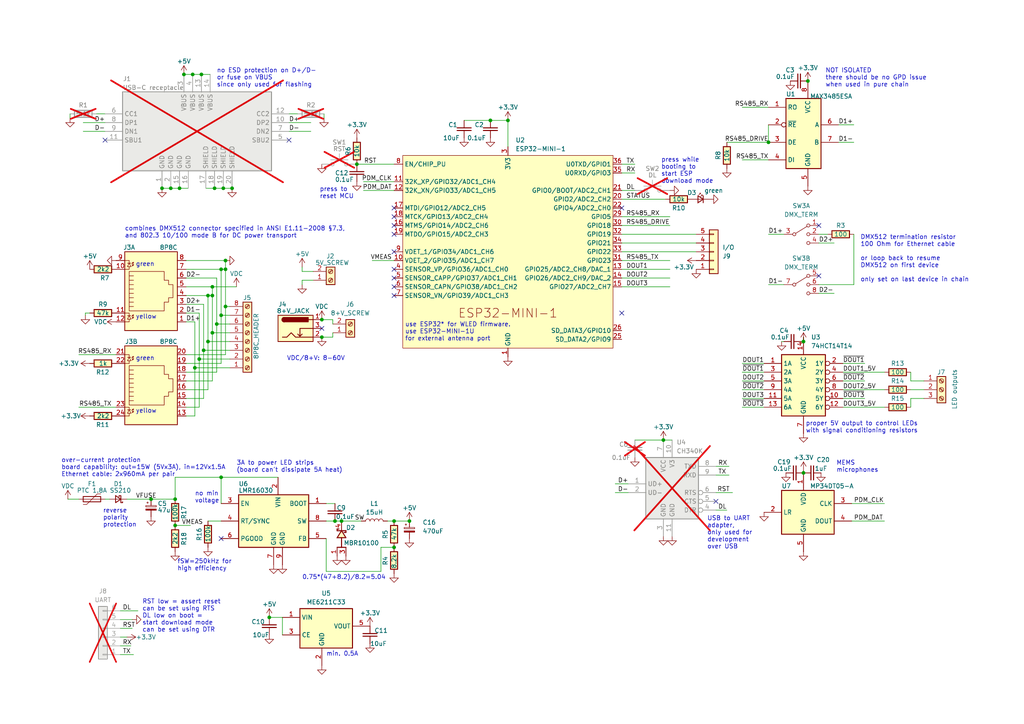
<source format=kicad_sch>
(kicad_sch (version 20230121) (generator eeschema)

  (uuid 43fc3289-82a7-492c-a423-3030e10115dc)

  (paper "A4")

  (title_block
    (title "WLED chain")
    (date "$date$")
    (rev "$version$.$revision$")
    (company "CuVoodoo")
    (comment 1 "King Kévin")
    (comment 2 "CERN-OHL-S")
  )

  

  (junction (at 64.135 78.105) (diameter 0) (color 0 0 0 0)
    (uuid 0860b75b-5101-41b5-9298-95b613d86a3c)
  )
  (junction (at 59.055 101.6) (diameter 0) (color 0 0 0 0)
    (uuid 1b625c1a-00b0-460c-8a9a-7e9640c55555)
  )
  (junction (at 61.595 96.52) (diameter 0) (color 0 0 0 0)
    (uuid 28856ea2-76b6-4c83-974d-9814f01a9c32)
  )
  (junction (at 65.405 78.105) (diameter 0) (color 0 0 0 0)
    (uuid 2fc417f3-f53d-4a46-a264-bbedef3e3051)
  )
  (junction (at 61.595 83.185) (diameter 0) (color 0 0 0 0)
    (uuid 33290555-9231-438d-b9a1-481bfb333c4d)
  )
  (junction (at 78.105 179.07) (diameter 0) (color 0 0 0 0)
    (uuid 37bb24eb-150c-4513-af9c-87402a9ed892)
  )
  (junction (at 93.345 97.79) (diameter 0) (color 0 0 0 0)
    (uuid 39128519-bcd5-4e8b-a2c0-9cbb6e4ea4e7)
  )
  (junction (at 64.77 54.61) (diameter 0) (color 0 0 0 0)
    (uuid 394c8da9-03ae-417e-8211-41b0a315cc1c)
  )
  (junction (at 60.325 99.06) (diameter 0) (color 0 0 0 0)
    (uuid 3dd5f921-7604-42ba-ab32-725eaab3b8f0)
  )
  (junction (at 58.42 21.59) (diameter 0) (color 0 0 0 0)
    (uuid 45b38e5d-ea51-4da7-89d0-ce1d0cfb7c46)
  )
  (junction (at 103.505 47.625) (diameter 0) (color 0 0 0 0)
    (uuid 46f928bd-b03a-4ba5-abca-9089efa93c80)
  )
  (junction (at 114.3 158.75) (diameter 0) (color 0 0 0 0)
    (uuid 4ad3c5e3-886e-4ab7-971f-689eb53ea2ff)
  )
  (junction (at 64.135 138.43) (diameter 0) (color 0 0 0 0)
    (uuid 59cea3ec-e5d5-4550-a6bc-5d2429ba0cbd)
  )
  (junction (at 55.88 21.59) (diameter 0) (color 0 0 0 0)
    (uuid 59f75d61-91a2-4d50-b824-f68aa2d96411)
  )
  (junction (at 49.53 54.61) (diameter 0) (color 0 0 0 0)
    (uuid 5e3c2358-7099-4ec9-a624-c9b03f437b85)
  )
  (junction (at 46.99 54.61) (diameter 0) (color 0 0 0 0)
    (uuid 65c41ebc-b40a-475f-a58b-f6e262a47490)
  )
  (junction (at 62.865 93.98) (diameter 0) (color 0 0 0 0)
    (uuid 68506e7d-f617-45a3-9451-93eef3aee881)
  )
  (junction (at 64.135 91.44) (diameter 0) (color 0 0 0 0)
    (uuid 686a31f0-4beb-4f0d-9776-eba2c4df8328)
  )
  (junction (at 192.405 127.635) (diameter 0) (color 0 0 0 0)
    (uuid 6a0ae66b-036d-4179-bb7d-73df23d99c59)
  )
  (junction (at 147.32 34.925) (diameter 0) (color 0 0 0 0)
    (uuid 70f03620-ea35-454a-bb86-9737ad52b427)
  )
  (junction (at 60.325 85.725) (diameter 0) (color 0 0 0 0)
    (uuid 714490d5-85c4-4f07-a7be-688f25e46ac9)
  )
  (junction (at 233.045 99.06) (diameter 0) (color 0 0 0 0)
    (uuid 71ae1d70-81e9-4228-a63f-246d56e14a62)
  )
  (junction (at 57.785 104.14) (diameter 0) (color 0 0 0 0)
    (uuid 8987a159-379e-4620-ba93-5812b2e7a6a0)
  )
  (junction (at 52.07 54.61) (diameter 0) (color 0 0 0 0)
    (uuid 8e2e9e8a-4105-483d-bc2d-1637bf0c04e9)
  )
  (junction (at 62.23 54.61) (diameter 0) (color 0 0 0 0)
    (uuid 9149bc4f-9668-4740-a628-1ad0c560d705)
  )
  (junction (at 99.06 151.13) (diameter 0) (color 0 0 0 0)
    (uuid 9886217e-8fe8-4b65-b79a-33901567e032)
  )
  (junction (at 61.595 85.725) (diameter 0) (color 0 0 0 0)
    (uuid aac41452-e49a-4e42-9dcc-9239d8beff90)
  )
  (junction (at 50.8 152.4) (diameter 0) (color 0 0 0 0)
    (uuid b3fdc199-55f5-4cf3-b571-1313cc81fbeb)
  )
  (junction (at 65.405 75.565) (diameter 0) (color 0 0 0 0)
    (uuid b8ac47b5-0a23-4990-b58a-a33e5adca940)
  )
  (junction (at 65.405 88.9) (diameter 0) (color 0 0 0 0)
    (uuid c17bc07f-c76a-45bc-9f5f-5c79bbf188bb)
  )
  (junction (at 67.31 54.61) (diameter 0) (color 0 0 0 0)
    (uuid c1bdabec-470a-4ca4-8830-5eaf036db204)
  )
  (junction (at 50.8 144.78) (diameter 0) (color 0 0 0 0)
    (uuid c22dcf15-795e-44a0-8b25-38dc37a01f9d)
  )
  (junction (at 142.24 34.925) (diameter 0) (color 0 0 0 0)
    (uuid c92d028f-20d7-43dd-953a-5e0fbaa5a597)
  )
  (junction (at 97.155 151.13) (diameter 0) (color 0 0 0 0)
    (uuid ca44b4ac-9d50-40db-9280-f5730019d1f1)
  )
  (junction (at 43.815 144.78) (diameter 0) (color 0 0 0 0)
    (uuid cbaa7d5f-9935-46b6-9846-56aeb86b5b47)
  )
  (junction (at 233.045 137.16) (diameter 0) (color 0 0 0 0)
    (uuid d96119e9-eafd-4a74-9b0f-2b4d2ba74bba)
  )
  (junction (at 56.515 106.68) (diameter 0) (color 0 0 0 0)
    (uuid debbfe59-8fed-4aed-8934-12e7f8f22281)
  )
  (junction (at 93.345 92.71) (diameter 0) (color 0 0 0 0)
    (uuid f15d591c-866f-42c0-abca-13f6864a5926)
  )
  (junction (at 114.3 151.13) (diameter 0) (color 0 0 0 0)
    (uuid f454d87b-f556-4517-aec3-1ad1f17d8975)
  )
  (junction (at 234.315 23.495) (diameter 0) (color 0 0 0 0)
    (uuid f512bd62-5993-4cb1-b097-52b8530adb06)
  )
  (junction (at 118.745 151.13) (diameter 0) (color 0 0 0 0)
    (uuid f5e544b1-948f-422e-a0bd-f8b54042fddf)
  )
  (junction (at 222.885 41.275) (diameter 0) (color 0 0 0 0)
    (uuid f5f3e790-f67d-45bb-bcec-c70b1d8e2749)
  )
  (junction (at 53.34 21.59) (diameter 0) (color 0 0 0 0)
    (uuid ffb349d3-053e-4267-9f09-876877b313d3)
  )

  (no_connect (at 237.49 65.405) (uuid 0e0afa67-b7a8-47fa-8a56-83b025b67e6c))
  (no_connect (at 83.82 40.64) (uuid 1acded62-270d-4861-8204-7ea40207109d))
  (no_connect (at 114.3 85.725) (uuid 368eee1c-4080-4dc7-ac97-dcd03ec47fb7))
  (no_connect (at 180.34 60.325) (uuid 37447d6b-3bba-47b8-a816-1754560c01a5))
  (no_connect (at 64.135 156.21) (uuid 4b251f51-5651-4929-88cc-e8675f5667cd))
  (no_connect (at 114.3 67.945) (uuid 5437ebd6-3f5f-474c-8337-b5d607caa556))
  (no_connect (at 207.645 145.415) (uuid 586892b8-1964-4946-b940-85d5b7c80db4))
  (no_connect (at 114.3 62.865) (uuid 5b8615f1-0196-4e49-b1e8-e31de4ff6fdb))
  (no_connect (at 237.49 80.01) (uuid 6a8b4a8d-c63e-4bf8-b2b9-6f650b3f4709))
  (no_connect (at 180.34 90.805) (uuid 751cb647-2f6e-4348-9ca7-3eaf9735f0da))
  (no_connect (at 114.3 60.325) (uuid 8093e59a-4487-4f11-a142-c56b094e25cd))
  (no_connect (at 114.3 78.105) (uuid 851609c9-fd3b-447d-9acf-8766b634e949))
  (no_connect (at 114.3 83.185) (uuid a87b2372-2968-4b35-b7e4-a138b3d98a3e))
  (no_connect (at 93.345 95.25) (uuid b3f58264-5ea5-4fd1-85ea-04d4ec2b111f))
  (no_connect (at 30.48 40.64) (uuid c07631ca-81b1-418b-bf83-7375c5586f75))
  (no_connect (at 114.3 65.405) (uuid cd6321f4-18dc-447e-a540-b21d9600fd14))
  (no_connect (at 114.3 80.645) (uuid ddcfe5c5-8f89-438b-ab8f-f0bbe4a79442))
  (no_connect (at 114.3 73.025) (uuid f296eba0-e3f9-49f1-a710-3a9696ef41ab))

  (wire (pts (xy 56.515 93.345) (xy 56.515 106.68))
    (stroke (width 0) (type default))
    (uuid 002103b4-45e0-435a-918d-3119a7a79a25)
  )
  (wire (pts (xy 232.41 99.06) (xy 233.045 99.06))
    (stroke (width 0) (type default))
    (uuid 03250f7b-d3df-4f04-bfcb-18db6a3342a4)
  )
  (wire (pts (xy 207.645 142.875) (xy 212.471 142.875))
    (stroke (width 0) (type default))
    (uuid 03a396ec-1271-43fe-8e7d-523ca992ee52)
  )
  (wire (pts (xy 36.83 144.78) (xy 43.815 144.78))
    (stroke (width 0) (type default))
    (uuid 04f0039d-c438-4d4e-90b2-0bed47573021)
  )
  (wire (pts (xy 53.975 90.805) (xy 57.785 90.805))
    (stroke (width 0) (type default))
    (uuid 051475e1-6374-4e5f-a5e7-e67793c0bf67)
  )
  (wire (pts (xy 267.97 110.49) (xy 264.16 110.49))
    (stroke (width 0) (type default))
    (uuid 056aafd1-8cc7-4e6d-b336-78a6c0b6238e)
  )
  (wire (pts (xy 65.405 102.87) (xy 65.405 88.9))
    (stroke (width 0) (type default))
    (uuid 069563a9-489f-4e92-a63d-26f5af390399)
  )
  (wire (pts (xy 83.82 38.1) (xy 90.17 38.1))
    (stroke (width 0) (type default))
    (uuid 06d459ca-2688-4727-bc53-b2fcc534f578)
  )
  (wire (pts (xy 134.62 34.925) (xy 142.24 34.925))
    (stroke (width 0) (type default))
    (uuid 0a4bfdc7-74ee-4475-9c38-2d85b7d63074)
  )
  (wire (pts (xy 87.63 81.28) (xy 87.63 82.55))
    (stroke (width 0) (type default))
    (uuid 0aa45d3c-f8a0-4ef3-b243-55e5a85842ab)
  )
  (wire (pts (xy 114.3 151.13) (xy 118.745 151.13))
    (stroke (width 0) (type default))
    (uuid 0c7fadf7-2ef0-4599-890d-a5331061d61c)
  )
  (wire (pts (xy 103.505 47.625) (xy 114.3 47.625))
    (stroke (width 0) (type default))
    (uuid 0ca8c487-9605-492e-bd76-cbf352989329)
  )
  (wire (pts (xy 180.34 65.405) (xy 194.31 65.405))
    (stroke (width 0) (type default))
    (uuid 0d14b58c-58e0-4ad8-ada6-3407bec67112)
  )
  (wire (pts (xy 97.155 146.05) (xy 94.615 146.05))
    (stroke (width 0) (type default))
    (uuid 0f039cae-d7ca-4da0-a9b7-2659bed766ad)
  )
  (wire (pts (xy 237.49 70.485) (xy 241.935 70.485))
    (stroke (width 0) (type default))
    (uuid 0fddeae9-9bdc-42db-80e6-713f032ce773)
  )
  (wire (pts (xy 53.975 93.345) (xy 56.515 93.345))
    (stroke (width 0) (type default))
    (uuid 1106b029-aa8f-4f9f-b4f9-9ac282db1e9f)
  )
  (wire (pts (xy 180.34 80.645) (xy 194.31 80.645))
    (stroke (width 0) (type default))
    (uuid 134cf56c-6ae6-4268-a8c4-87db8b8c5bc3)
  )
  (wire (pts (xy 55.88 21.59) (xy 58.42 21.59))
    (stroke (width 0) (type default))
    (uuid 1389b3af-a0bc-4907-85cd-d8b673ead4ba)
  )
  (wire (pts (xy 22.86 102.87) (xy 33.655 102.87))
    (stroke (width 0) (type default))
    (uuid 141a8965-de4e-446c-806a-01890522f9e8)
  )
  (wire (pts (xy 61.595 83.185) (xy 61.595 85.725))
    (stroke (width 0) (type default))
    (uuid 169ebfc5-7c37-44f8-85a1-1063c99d73a8)
  )
  (wire (pts (xy 64.135 138.43) (xy 64.135 146.05))
    (stroke (width 0) (type default))
    (uuid 1968de85-cb8e-4b6a-a187-062abfe846cc)
  )
  (wire (pts (xy 49.53 54.61) (xy 52.07 54.61))
    (stroke (width 0) (type default))
    (uuid 1be3e205-6ef8-4884-9040-209572bccb0d)
  )
  (wire (pts (xy 264.16 110.49) (xy 264.16 107.95))
    (stroke (width 0) (type default))
    (uuid 1c062aed-3dd5-4ca2-9173-d0644c63b66f)
  )
  (wire (pts (xy 78.105 179.07) (xy 81.915 179.07))
    (stroke (width 0) (type default))
    (uuid 2052c508-ed36-48a5-a43f-ebd584e3414f)
  )
  (wire (pts (xy 59.055 88.265) (xy 59.055 101.6))
    (stroke (width 0) (type default))
    (uuid 206774a6-322d-468d-9e13-5fe50597a2d4)
  )
  (wire (pts (xy 50.8 138.43) (xy 50.8 144.78))
    (stroke (width 0) (type default))
    (uuid 21eaa847-5b15-4550-83c7-a254c9e2275f)
  )
  (wire (pts (xy 93.98 34.29) (xy 93.98 33.02))
    (stroke (width 0) (type default))
    (uuid 2364c9de-33c6-4aea-b9c2-3060fff80519)
  )
  (wire (pts (xy 56.515 106.68) (xy 66.675 106.68))
    (stroke (width 0) (type default))
    (uuid 24b8433c-8bb8-4488-a673-cdec42b49fec)
  )
  (wire (pts (xy 53.975 75.565) (xy 65.405 75.565))
    (stroke (width 0) (type default))
    (uuid 264056f6-e207-439d-839c-62522a6e45de)
  )
  (wire (pts (xy 180.34 47.625) (xy 184.15 47.625))
    (stroke (width 0) (type default))
    (uuid 264436f4-1e26-4dcb-9a58-311613425f2e)
  )
  (wire (pts (xy 24.13 38.1) (xy 30.48 38.1))
    (stroke (width 0) (type default))
    (uuid 27a581f5-f8c8-4253-bcf5-721842294efa)
  )
  (wire (pts (xy 264.16 115.57) (xy 264.16 118.11))
    (stroke (width 0) (type default))
    (uuid 2946f352-498d-4c8b-9703-ea14701d205c)
  )
  (wire (pts (xy 267.97 115.57) (xy 264.16 115.57))
    (stroke (width 0) (type default))
    (uuid 2b9c740d-8eee-4fc2-ad54-175f4945380e)
  )
  (wire (pts (xy 180.34 75.565) (xy 194.31 75.565))
    (stroke (width 0) (type default))
    (uuid 2d27f018-b220-4aa8-9793-82846d141b1d)
  )
  (wire (pts (xy 215.265 110.49) (xy 221.615 110.49))
    (stroke (width 0) (type default))
    (uuid 2d907792-bf9e-44f2-a125-046ebbe8c44b)
  )
  (wire (pts (xy 215.265 105.41) (xy 221.615 105.41))
    (stroke (width 0) (type default))
    (uuid 2f5f369a-83f0-4784-bb4f-d1edee6a3aa3)
  )
  (wire (pts (xy 215.265 118.11) (xy 221.615 118.11))
    (stroke (width 0) (type default))
    (uuid 2fb9f947-80ca-44af-98a2-57443c12f43a)
  )
  (wire (pts (xy 65.405 75.565) (xy 65.405 78.105))
    (stroke (width 0) (type default))
    (uuid 3280bf03-485f-4b0d-9031-5a3ae10f4e56)
  )
  (wire (pts (xy 62.865 93.98) (xy 62.865 80.645))
    (stroke (width 0) (type default))
    (uuid 32c92d08-2c41-48cf-9c2f-45f06fde6248)
  )
  (wire (pts (xy 192.405 127.635) (xy 194.945 127.635))
    (stroke (width 0) (type default))
    (uuid 3351d5b6-4fd2-4dbc-9de7-044b7b659184)
  )
  (wire (pts (xy 93.345 92.71) (xy 96.52 92.71))
    (stroke (width 0) (type default))
    (uuid 35292ac4-78f1-45b2-9559-23c79e2be1b7)
  )
  (wire (pts (xy 222.885 82.55) (xy 227.33 82.55))
    (stroke (width 0) (type default))
    (uuid 375199b6-15f2-43a5-ae25-cd1f89612d47)
  )
  (wire (pts (xy 24.13 35.56) (xy 30.48 35.56))
    (stroke (width 0) (type default))
    (uuid 39999240-8225-4836-8d58-682d3289b23c)
  )
  (wire (pts (xy 61.595 85.725) (xy 61.595 96.52))
    (stroke (width 0) (type default))
    (uuid 3a2e3593-5e9e-4927-9b4d-3578f4e63afc)
  )
  (wire (pts (xy 180.34 62.865) (xy 194.31 62.865))
    (stroke (width 0) (type default))
    (uuid 3a9edd75-658e-449b-8d99-18d00ac2e59f)
  )
  (wire (pts (xy 62.865 107.95) (xy 62.865 93.98))
    (stroke (width 0) (type default))
    (uuid 3ab6de33-0650-4eb0-89a3-91e826ed1ea7)
  )
  (wire (pts (xy 210.82 41.275) (xy 222.885 41.275))
    (stroke (width 0) (type default))
    (uuid 3c409d47-c126-498a-ab4a-2fdf02e1bee5)
  )
  (wire (pts (xy 215.265 113.03) (xy 221.615 113.03))
    (stroke (width 0) (type default))
    (uuid 3ce880f9-00f8-4296-8bc0-d4482687aba1)
  )
  (wire (pts (xy 34.925 187.325) (xy 37.973 187.325))
    (stroke (width 0) (type default))
    (uuid 3e443ae8-97a0-4936-b5e3-ac537f528c74)
  )
  (wire (pts (xy 247.65 82.55) (xy 247.65 67.945))
    (stroke (width 0) (type default))
    (uuid 3f632224-ed2d-4c79-a82e-147d3d8fb207)
  )
  (wire (pts (xy 53.975 102.87) (xy 65.405 102.87))
    (stroke (width 0) (type default))
    (uuid 4014d0b7-af7d-4012-b607-98817d0d682d)
  )
  (wire (pts (xy 53.975 78.105) (xy 64.135 78.105))
    (stroke (width 0) (type default))
    (uuid 41a4076a-3d4c-4bc4-85b6-06ff782c180c)
  )
  (wire (pts (xy 97.155 151.13) (xy 99.06 151.13))
    (stroke (width 0) (type default))
    (uuid 479a46b4-e19a-43b8-b221-07a863ed9055)
  )
  (wire (pts (xy 46.99 54.61) (xy 49.53 54.61))
    (stroke (width 0) (type default))
    (uuid 4b7493dc-6b85-4175-8b4a-0c3dc6b4c6eb)
  )
  (wire (pts (xy 147.32 34.925) (xy 142.24 34.925))
    (stroke (width 0) (type default))
    (uuid 4ba9e286-0676-448c-9043-8acf79655b8d)
  )
  (wire (pts (xy 180.34 83.185) (xy 194.31 83.185))
    (stroke (width 0) (type default))
    (uuid 4bea2da8-c925-4d68-9181-41baf59d5c32)
  )
  (wire (pts (xy 96.52 92.71) (xy 96.52 93.98))
    (stroke (width 0) (type default))
    (uuid 4e7f7c93-22af-412d-9661-9730b5716491)
  )
  (wire (pts (xy 20.32 34.29) (xy 20.32 33.02))
    (stroke (width 0) (type default))
    (uuid 500662d0-339c-49fa-9abd-3a5f9ea28a15)
  )
  (wire (pts (xy 24.765 91.44) (xy 24.765 90.805))
    (stroke (width 0) (type default))
    (uuid 52bf3385-9551-437c-910e-91e96cca09e0)
  )
  (wire (pts (xy 19.685 144.78) (xy 22.86 144.78))
    (stroke (width 0) (type default))
    (uuid 53a96e04-c5b0-40ac-914a-5336160ffb3c)
  )
  (wire (pts (xy 237.49 82.55) (xy 247.65 82.55))
    (stroke (width 0) (type default))
    (uuid 55b6d5a0-598b-4ad4-9f3a-ea24ac7e6813)
  )
  (wire (pts (xy 243.205 41.275) (xy 247.65 41.275))
    (stroke (width 0) (type default))
    (uuid 57acfc4b-8718-434e-b67b-93efa6b031a4)
  )
  (wire (pts (xy 105.41 52.705) (xy 114.3 52.705))
    (stroke (width 0) (type default))
    (uuid 58804212-231f-4ffb-a6e1-292eb9df9685)
  )
  (wire (pts (xy 59.055 101.6) (xy 66.675 101.6))
    (stroke (width 0) (type default))
    (uuid 5c8736bf-0245-4247-b68b-2f652cde3952)
  )
  (wire (pts (xy 87.63 77.47) (xy 87.63 78.74))
    (stroke (width 0) (type default))
    (uuid 5c88ebb5-ff9d-4f9d-9866-5d90d91463db)
  )
  (wire (pts (xy 50.8 138.43) (xy 64.135 138.43))
    (stroke (width 0) (type default))
    (uuid 5f13737b-2fbb-4d95-8837-d4ed5d488d95)
  )
  (wire (pts (xy 56.515 106.68) (xy 56.515 120.65))
    (stroke (width 0) (type default))
    (uuid 5ff32328-2565-47a7-b27b-832c60393611)
  )
  (wire (pts (xy 52.07 54.61) (xy 54.61 54.61))
    (stroke (width 0) (type default))
    (uuid 60ad992d-2651-4c38-ae63-1a5324bdde8c)
  )
  (wire (pts (xy 215.265 31.115) (xy 222.885 31.115))
    (stroke (width 0) (type default))
    (uuid 62274011-e16b-47fc-bbcd-7806b50ea2cc)
  )
  (wire (pts (xy 64.135 78.105) (xy 64.135 91.44))
    (stroke (width 0) (type default))
    (uuid 62d76d46-4815-4883-8110-7facd7f1bdbf)
  )
  (wire (pts (xy 53.975 105.41) (xy 64.135 105.41))
    (stroke (width 0) (type default))
    (uuid 63b0b69c-077a-4647-acdc-55f1c61fbd18)
  )
  (wire (pts (xy 184.15 127.635) (xy 192.405 127.635))
    (stroke (width 0) (type default))
    (uuid 65acc875-d440-46d2-9d5b-409d219b30f8)
  )
  (wire (pts (xy 53.975 88.265) (xy 59.055 88.265))
    (stroke (width 0) (type default))
    (uuid 66687a8a-c10f-4f50-b5a8-45c615246613)
  )
  (wire (pts (xy 243.205 36.195) (xy 247.65 36.195))
    (stroke (width 0) (type default))
    (uuid 69ac1103-811a-4af1-b0f7-a818e68e3b67)
  )
  (wire (pts (xy 60.325 85.725) (xy 61.595 85.725))
    (stroke (width 0) (type default))
    (uuid 6a32a3a8-bbc7-4193-9d62-ce5542fa261e)
  )
  (wire (pts (xy 53.975 80.645) (xy 62.865 80.645))
    (stroke (width 0) (type default))
    (uuid 6b573eca-3af9-448c-a986-1e89e8027b05)
  )
  (wire (pts (xy 215.265 107.95) (xy 221.615 107.95))
    (stroke (width 0) (type default))
    (uuid 6bb0355a-7194-42cd-8743-5d1fd046c0d7)
  )
  (wire (pts (xy 107.95 75.565) (xy 114.3 75.565))
    (stroke (width 0) (type default))
    (uuid 6bd20550-745a-460d-9e7c-37d0bfdfdabe)
  )
  (wire (pts (xy 110.49 165.735) (xy 110.49 158.75))
    (stroke (width 0) (type default))
    (uuid 6c406785-9b63-437b-85bd-6fd830ddf7f5)
  )
  (wire (pts (xy 64.135 91.44) (xy 66.675 91.44))
    (stroke (width 0) (type default))
    (uuid 6dc0ee6a-6108-48cc-bca9-ac515f20c60b)
  )
  (wire (pts (xy 58.42 21.59) (xy 60.96 21.59))
    (stroke (width 0) (type default))
    (uuid 6e4cd71a-4708-42ee-a04c-7df540b347fb)
  )
  (wire (pts (xy 207.645 137.795) (xy 211.455 137.795))
    (stroke (width 0) (type default))
    (uuid 71f09b2f-38f1-45c9-980c-d82ff64472c5)
  )
  (wire (pts (xy 94.615 165.735) (xy 110.49 165.735))
    (stroke (width 0) (type default))
    (uuid 723a666f-6cca-495f-9242-cf19c6a294a7)
  )
  (wire (pts (xy 53.975 107.95) (xy 62.865 107.95))
    (stroke (width 0) (type default))
    (uuid 723caeb2-2b5a-4ef0-aa75-7464424147c7)
  )
  (wire (pts (xy 180.34 73.025) (xy 201.93 73.025))
    (stroke (width 0) (type default))
    (uuid 7546f5ba-16ec-4b35-bbd9-0159fd74ab57)
  )
  (wire (pts (xy 207.645 147.955) (xy 210.82 147.955))
    (stroke (width 0) (type default))
    (uuid 75773629-74e5-422e-8b29-28e9cc866bf6)
  )
  (wire (pts (xy 244.475 110.49) (xy 250.825 110.49))
    (stroke (width 0) (type default))
    (uuid 772c6b3a-2bcf-4fba-acfa-100a667be38c)
  )
  (wire (pts (xy 24.765 90.805) (xy 26.035 90.805))
    (stroke (width 0) (type default))
    (uuid 7798f4b7-9628-48d6-abb6-8b454010e614)
  )
  (wire (pts (xy 57.785 104.14) (xy 57.785 118.11))
    (stroke (width 0) (type default))
    (uuid 78aa215d-a29a-463a-803f-e77a9e547a24)
  )
  (wire (pts (xy 64.135 91.44) (xy 64.135 105.41))
    (stroke (width 0) (type default))
    (uuid 78c656b9-77dc-4e7b-9870-f038f2bb569a)
  )
  (wire (pts (xy 180.34 70.485) (xy 201.93 70.485))
    (stroke (width 0) (type default))
    (uuid 79581c89-acd7-4769-813a-a38876bf1b5a)
  )
  (wire (pts (xy 244.475 105.41) (xy 250.825 105.41))
    (stroke (width 0) (type default))
    (uuid 79c2274e-d4ca-46d6-b6da-ffa5ad467205)
  )
  (wire (pts (xy 34.925 177.165) (xy 40.005 177.165))
    (stroke (width 0) (type default))
    (uuid 7a6c0389-b301-4bb8-9525-50285b17e36e)
  )
  (wire (pts (xy 237.49 67.945) (xy 240.03 67.945))
    (stroke (width 0) (type default))
    (uuid 7ac4a357-a579-49a1-ad40-84ae0573c544)
  )
  (wire (pts (xy 56.515 120.65) (xy 53.975 120.65))
    (stroke (width 0) (type default))
    (uuid 7b8845d7-6458-4741-910e-c16c58aa85c7)
  )
  (wire (pts (xy 57.785 104.14) (xy 66.675 104.14))
    (stroke (width 0) (type default))
    (uuid 7c592e1a-879d-4b57-b616-84b66b49d86f)
  )
  (wire (pts (xy 86.36 33.02) (xy 83.82 33.02))
    (stroke (width 0) (type default))
    (uuid 7cdb0db8-27e6-43e2-bead-87596d3242ef)
  )
  (wire (pts (xy 68.58 83.185) (xy 61.595 83.185))
    (stroke (width 0) (type default))
    (uuid 7d4f7c94-8577-4ef8-a3b9-33323c498538)
  )
  (wire (pts (xy 94.615 165.735) (xy 94.615 156.21))
    (stroke (width 0) (type default))
    (uuid 7e8e620e-2d5e-4557-bd6e-13b9e8080594)
  )
  (wire (pts (xy 43.815 144.78) (xy 50.8 144.78))
    (stroke (width 0) (type default))
    (uuid 7f47e6a3-847e-41d7-bf0d-a96e7a2ccf8a)
  )
  (wire (pts (xy 65.405 78.105) (xy 65.405 88.9))
    (stroke (width 0) (type default))
    (uuid 8015a6c0-dc52-4fab-8b6f-475bd5270b47)
  )
  (wire (pts (xy 36.83 184.785) (xy 34.925 184.785))
    (stroke (width 0) (type default))
    (uuid 80390fac-b280-4f86-b93b-65a34941c052)
  )
  (wire (pts (xy 110.49 158.75) (xy 114.3 158.75))
    (stroke (width 0) (type default))
    (uuid 812e19d8-ee40-4f42-8300-44d35f85ec5d)
  )
  (wire (pts (xy 65.405 78.105) (xy 64.135 78.105))
    (stroke (width 0) (type default))
    (uuid 81469471-2566-4669-80f2-4eba7afe8848)
  )
  (wire (pts (xy 180.34 78.105) (xy 194.31 78.105))
    (stroke (width 0) (type default))
    (uuid 815902cb-f352-4a95-a879-012560a5e19e)
  )
  (wire (pts (xy 61.595 96.52) (xy 66.675 96.52))
    (stroke (width 0) (type default))
    (uuid 82a7c5c7-58cb-4919-ab90-6a10ece93f5d)
  )
  (wire (pts (xy 178.435 140.335) (xy 182.245 140.335))
    (stroke (width 0) (type default))
    (uuid 834cdd19-7114-400f-a4bf-59ca818ac44c)
  )
  (wire (pts (xy 222.885 36.195) (xy 222.885 41.275))
    (stroke (width 0) (type default))
    (uuid 85e9ff9e-4f11-4590-9588-b76216258343)
  )
  (wire (pts (xy 53.975 115.57) (xy 59.055 115.57))
    (stroke (width 0) (type default))
    (uuid 89e74306-8933-4dc5-84b3-b39acdb8b963)
  )
  (wire (pts (xy 53.975 113.03) (xy 60.325 113.03))
    (stroke (width 0) (type default))
    (uuid 8cad4d8d-13e5-40e1-a328-4faff9d7e6a6)
  )
  (wire (pts (xy 237.49 85.09) (xy 241.935 85.09))
    (stroke (width 0) (type default))
    (uuid 8d644996-2e88-4f52-9063-45117b9b9f09)
  )
  (wire (pts (xy 22.86 118.11) (xy 33.655 118.11))
    (stroke (width 0) (type default))
    (uuid 8e9e034c-d062-4f00-a2e6-5f9c1668333d)
  )
  (wire (pts (xy 178.435 142.875) (xy 182.245 142.875))
    (stroke (width 0) (type default))
    (uuid 95223a47-ee5d-41d6-b2aa-be3b69dd907d)
  )
  (wire (pts (xy 50.8 152.4) (xy 55.245 152.4))
    (stroke (width 0) (type default))
    (uuid 9528720d-2dbf-4b44-84f0-8a6f30570e9c)
  )
  (wire (pts (xy 87.63 78.74) (xy 90.805 78.74))
    (stroke (width 0) (type default))
    (uuid 9954edb6-6549-4d10-b272-4891e4764b25)
  )
  (wire (pts (xy 64.77 54.61) (xy 67.31 54.61))
    (stroke (width 0) (type default))
    (uuid 9c04d96d-fbf1-4691-9914-0d950061fa87)
  )
  (wire (pts (xy 96.52 97.79) (xy 96.52 96.52))
    (stroke (width 0) (type default))
    (uuid 9c751963-07e4-45fc-9e9e-45164e7ba81e)
  )
  (wire (pts (xy 233.045 136.525) (xy 233.045 137.16))
    (stroke (width 0) (type default))
    (uuid 9d03ee9c-da0b-4f4d-8fba-492c23a28dfc)
  )
  (wire (pts (xy 99.06 151.13) (xy 104.775 151.13))
    (stroke (width 0) (type default))
    (uuid a21d8d1f-8b22-4bea-9413-b1af7df98024)
  )
  (wire (pts (xy 244.475 113.03) (xy 256.54 113.03))
    (stroke (width 0) (type default))
    (uuid a284495a-da75-448d-a17b-7aef087c2864)
  )
  (wire (pts (xy 81.915 184.15) (xy 81.915 179.07))
    (stroke (width 0) (type default))
    (uuid a2b1a2fc-539a-4734-a0e8-951eb52b62f1)
  )
  (wire (pts (xy 62.23 54.61) (xy 64.77 54.61))
    (stroke (width 0) (type default))
    (uuid a5e686d8-e679-4a01-9852-de961118878f)
  )
  (wire (pts (xy 59.055 101.6) (xy 59.055 115.57))
    (stroke (width 0) (type default))
    (uuid a6a22ef5-c887-49d8-95ea-ec22459a47ee)
  )
  (wire (pts (xy 38.354 179.705) (xy 34.925 179.705))
    (stroke (width 0) (type default))
    (uuid a727b484-f2b2-489e-b93b-66479ec7a763)
  )
  (wire (pts (xy 222.885 67.945) (xy 227.33 67.945))
    (stroke (width 0) (type default))
    (uuid aa54d387-01c2-4af5-952a-cd1fc82efc00)
  )
  (wire (pts (xy 105.41 55.245) (xy 114.3 55.245))
    (stroke (width 0) (type default))
    (uuid ac377a24-fd2b-4922-a048-af476fe7898a)
  )
  (wire (pts (xy 244.475 115.57) (xy 250.825 115.57))
    (stroke (width 0) (type default))
    (uuid ac5e3af6-a1b6-44f6-b88b-85e8c1c51b44)
  )
  (wire (pts (xy 59.69 54.61) (xy 62.23 54.61))
    (stroke (width 0) (type default))
    (uuid aca5203d-5922-458a-931a-b3e8bebe5edb)
  )
  (wire (pts (xy 244.475 118.11) (xy 256.54 118.11))
    (stroke (width 0) (type default))
    (uuid ada554c0-0ede-40e0-b21c-ab8cdc2d74fc)
  )
  (wire (pts (xy 34.925 182.245) (xy 38.354 182.245))
    (stroke (width 0) (type default))
    (uuid b2070db6-2cd5-4539-97ad-9003e41f84f2)
  )
  (wire (pts (xy 233.045 99.06) (xy 233.045 97.79))
    (stroke (width 0) (type default))
    (uuid b36d45a2-1eee-4ca8-96ca-b41de63a5370)
  )
  (wire (pts (xy 83.82 35.56) (xy 90.17 35.56))
    (stroke (width 0) (type default))
    (uuid bdb4dc57-7d75-45ae-936e-9f79c48e6ff0)
  )
  (wire (pts (xy 53.975 85.725) (xy 60.325 85.725))
    (stroke (width 0) (type default))
    (uuid bdfb9fed-a4ec-4a70-be56-60436bbb913c)
  )
  (wire (pts (xy 147.32 34.925) (xy 147.32 42.545))
    (stroke (width 0) (type default))
    (uuid c0bc6168-d553-4199-ad34-41a40b509894)
  )
  (wire (pts (xy 27.94 33.02) (xy 30.48 33.02))
    (stroke (width 0) (type default))
    (uuid c2e90c35-4140-404e-86f0-60acd4ac2dc3)
  )
  (wire (pts (xy 180.34 55.245) (xy 184.15 55.245))
    (stroke (width 0) (type default))
    (uuid c31a2c2c-d17c-431a-8d76-afd00402c46a)
  )
  (wire (pts (xy 60.325 99.06) (xy 60.325 113.03))
    (stroke (width 0) (type default))
    (uuid c470092e-0b1b-453e-9dfe-fcfa907a5f87)
  )
  (wire (pts (xy 207.645 135.255) (xy 211.455 135.255))
    (stroke (width 0) (type default))
    (uuid c4c38499-6eec-4008-97ef-f4ace32be926)
  )
  (wire (pts (xy 180.34 50.165) (xy 184.15 50.165))
    (stroke (width 0) (type default))
    (uuid c646ab6d-1c62-46fd-aee3-fd08520a690f)
  )
  (wire (pts (xy 34.925 189.865) (xy 38.735 189.865))
    (stroke (width 0) (type default))
    (uuid c7344cf9-8741-4e0f-8a88-5a2e59311a01)
  )
  (wire (pts (xy 60.325 99.06) (xy 66.675 99.06))
    (stroke (width 0) (type default))
    (uuid c97672fc-89e7-4941-be2e-f0f2c138be66)
  )
  (wire (pts (xy 215.265 46.355) (xy 222.885 46.355))
    (stroke (width 0) (type default))
    (uuid ca153699-d63b-4d3b-b173-41bbf3316ddb)
  )
  (wire (pts (xy 112.395 151.13) (xy 114.3 151.13))
    (stroke (width 0) (type default))
    (uuid cba7046d-6986-4727-b9eb-295929524f8b)
  )
  (wire (pts (xy 227.33 99.06) (xy 226.695 99.06))
    (stroke (width 0) (type default))
    (uuid d08d7a9e-01db-4f5b-b5fc-e7d26c8df871)
  )
  (wire (pts (xy 247.015 146.05) (xy 256.54 146.05))
    (stroke (width 0) (type default))
    (uuid d08f92b8-fdca-4d11-ba26-e5e99d55bf1d)
  )
  (wire (pts (xy 53.975 118.11) (xy 57.785 118.11))
    (stroke (width 0) (type default))
    (uuid d21172f3-08e3-4bbe-9ec2-e10a46961bc1)
  )
  (wire (pts (xy 53.975 110.49) (xy 61.595 110.49))
    (stroke (width 0) (type default))
    (uuid d5b6ec3d-1169-4815-8177-df5018aab1a2)
  )
  (wire (pts (xy 61.595 96.52) (xy 61.595 110.49))
    (stroke (width 0) (type default))
    (uuid df073a6e-3d2a-4fae-97ee-bc601484a3e5)
  )
  (wire (pts (xy 53.975 83.185) (xy 61.595 83.185))
    (stroke (width 0) (type default))
    (uuid e0341e70-7e33-443f-bba2-2d3ee4a30440)
  )
  (wire (pts (xy 87.63 81.28) (xy 90.805 81.28))
    (stroke (width 0) (type default))
    (uuid e1314c5d-03c5-4356-8b6b-852663b140fc)
  )
  (wire (pts (xy 97.155 151.13) (xy 94.615 151.13))
    (stroke (width 0) (type default))
    (uuid e44936c7-c628-4c0f-a5e8-39e535153b03)
  )
  (wire (pts (xy 247.015 151.13) (xy 256.54 151.13))
    (stroke (width 0) (type default))
    (uuid ea5ca690-aaea-4193-8c18-3885f0f8db44)
  )
  (wire (pts (xy 30.48 144.78) (xy 31.75 144.78))
    (stroke (width 0) (type default))
    (uuid eb83a95b-71c8-440f-abb2-4ef9029a5814)
  )
  (wire (pts (xy 215.265 115.57) (xy 221.615 115.57))
    (stroke (width 0) (type default))
    (uuid ec12bab6-b73e-4058-b23c-6402c9f0600d)
  )
  (wire (pts (xy 60.325 151.13) (xy 64.135 151.13))
    (stroke (width 0) (type default))
    (uuid ec1fa635-4284-455f-8680-1a1675992bab)
  )
  (wire (pts (xy 57.785 90.805) (xy 57.785 104.14))
    (stroke (width 0) (type default))
    (uuid ec79ee47-9ab7-4fad-b03e-7a86f6fc74d8)
  )
  (wire (pts (xy 264.16 113.03) (xy 267.97 113.03))
    (stroke (width 0) (type default))
    (uuid ecc6f481-e49b-4004-9e1b-6124bbad6974)
  )
  (wire (pts (xy 244.475 107.95) (xy 256.54 107.95))
    (stroke (width 0) (type default))
    (uuid f0bc1a18-8432-4352-8e10-c70f4ba87ba9)
  )
  (wire (pts (xy 64.135 138.43) (xy 80.645 138.43))
    (stroke (width 0) (type default))
    (uuid f6d6456d-0294-475b-829e-1fb6fe332d09)
  )
  (wire (pts (xy 60.325 85.725) (xy 60.325 99.06))
    (stroke (width 0) (type default))
    (uuid f76c8211-e349-4984-b047-a6c9493d7394)
  )
  (wire (pts (xy 180.34 67.945) (xy 201.93 67.945))
    (stroke (width 0) (type default))
    (uuid f83772ff-250c-433f-9e18-3f5ac854ae0b)
  )
  (wire (pts (xy 53.34 21.59) (xy 55.88 21.59))
    (stroke (width 0) (type default))
    (uuid f88a39f0-a72d-4b68-a646-548baa36a0bc)
  )
  (wire (pts (xy 180.34 57.785) (xy 193.04 57.785))
    (stroke (width 0) (type default))
    (uuid f90359ed-5015-42b4-a09c-430bb6c46e5d)
  )
  (wire (pts (xy 62.865 93.98) (xy 66.675 93.98))
    (stroke (width 0) (type default))
    (uuid fb630a17-e131-4610-9815-65ee09c1676a)
  )
  (wire (pts (xy 65.405 88.9) (xy 66.675 88.9))
    (stroke (width 0) (type default))
    (uuid fbc0af4e-68e4-4b02-8021-14e0cefbcbb9)
  )
  (wire (pts (xy 93.345 97.79) (xy 96.52 97.79))
    (stroke (width 0) (type default))
    (uuid ff7cb4a7-f41b-470d-afc6-caffea44a950)
  )

  (text "green" (at 39.37 104.775 0)
    (effects (font (size 1.27 1.27)) (justify left bottom))
    (uuid 07384305-7245-4c1c-850f-3bdc3036a27d)
  )
  (text "no min\nvoltage" (at 56.515 146.05 0)
    (effects (font (size 1.27 1.27)) (justify left bottom))
    (uuid 1e6a5a28-f31a-4af5-8847-f31040fef22e)
  )
  (text "RST low = assert reset\ncan be set using RTS\nDL low on boot =\nstart download mode\ncan be set using DTR"
    (at 41.275 183.515 0)
    (effects (font (size 1.27 1.27)) (justify left bottom))
    (uuid 258b3ae0-ecf2-40af-8f38-3809e4fcdb45)
  )
  (text "MEMS\nmicrophones" (at 242.57 137.16 0)
    (effects (font (size 1.27 1.27)) (justify left bottom))
    (uuid 30cb2012-a625-4a2b-ab18-980dd725c35f)
  )
  (text "yellow" (at 39.37 92.71 0)
    (effects (font (size 1.27 1.27)) (justify left bottom))
    (uuid 316f4fb7-35c3-4c90-b0fc-b229d6388881)
  )
  (text "yellow" (at 39.37 120.015 0)
    (effects (font (size 1.27 1.27)) (justify left bottom))
    (uuid 37226fb5-655b-45b0-9f65-214d8bc92de0)
  )
  (text "no ESD protection on D+/D-\nor fuse on VBUS\nsince only used for flashing"
    (at 62.865 25.4 0)
    (effects (font (size 1.27 1.27)) (justify left bottom))
    (uuid 3f275793-fa9a-41fa-8b85-c21a4d2200db)
  )
  (text "proper 5V output to control LEDs\nwith signal conditioning resistors"
    (at 233.68 125.73 0)
    (effects (font (size 1.27 1.27)) (justify left bottom))
    (uuid 48ffb08a-ba76-41dc-9388-ffaf10d0cd40)
  )
  (text "over-current protection\nboard capability: out=15W (5Vx3A), in=12Vx1.5A\nEthernet cable: 2x960mA per pair"
    (at 17.78 138.43 0)
    (effects (font (size 1.27 1.27)) (justify left bottom))
    (uuid 514f0e72-992c-44f0-bbda-ba5977cc90ba)
  )
  (text "combines DMX512 connector specified in ANSI E1.11-2008 §7.3,\nand 802.3 10/100 mode B for DC power transport"
    (at 36.195 69.215 0)
    (effects (font (size 1.27 1.27)) (justify left bottom))
    (uuid 56ab70bd-978f-4694-b117-68d2a8c5e4f3)
  )
  (text "0.75*(47+8.2)/8.2=5.04" (at 87.63 168.275 0)
    (effects (font (size 1.27 1.27)) (justify left bottom))
    (uuid 6a38ab57-663c-42b6-9836-098c390e044f)
  )
  (text "VDC/8+V: 8-60V" (at 83.185 104.775 0)
    (effects (font (size 1.27 1.27)) (justify left bottom))
    (uuid 71dc1f25-7843-4da2-ade2-f49009251e55)
  )
  (text "press to\nreset MCU" (at 92.71 57.785 0)
    (effects (font (size 1.27 1.27)) (justify left bottom))
    (uuid 72a4f9c1-ca09-4f57-bc45-25a4a5b35435)
  )
  (text "reverse\npolarity\nprotection" (at 29.845 153.035 0)
    (effects (font (size 1.27 1.27)) (justify left bottom))
    (uuid 864dc3a4-6ffe-4d39-aab8-1b134fc03967)
  )
  (text "DMX512 termination resistor\n100 Ohm for Ethernet cable\n\nor loop back to resume\nDMX512 on first device\n\nonly set on last device in chain"
    (at 249.555 81.915 0)
    (effects (font (size 1.27 1.27)) (justify left bottom))
    (uuid 8769a617-07b2-4515-9d10-4a161bd9872b)
  )
  (text "min. 0.5A" (at 94.615 190.5 0)
    (effects (font (size 1.27 1.27)) (justify left bottom))
    (uuid 88766b26-58cc-492c-a582-5e096b2bc8b8)
  )
  (text "3A to power LED strips\n(board can't dissipate 5A heat)"
    (at 68.58 137.16 0)
    (effects (font (size 1.27 1.27)) (justify left bottom))
    (uuid afb18939-aa13-4de9-aae8-3e97d946b74d)
  )
  (text "USB to UART\nadapter,\nonly used for\ndevelopment\nover USB"
    (at 205.105 159.385 0)
    (effects (font (size 1.27 1.27)) (justify left bottom))
    (uuid b37fa652-8522-485a-a143-60eb8ac6018a)
  )
  (text "fSW=250kHz for\nhigh efficiency" (at 51.435 165.735 0)
    (effects (font (size 1.27 1.27)) (justify left bottom))
    (uuid bff56808-735d-4c86-802a-50856c90a1b5)
  )
  (text "green" (at 39.37 77.47 0)
    (effects (font (size 1.27 1.27)) (justify left bottom))
    (uuid c49a18d6-beda-43b4-97e9-93d88185954c)
  )
  (text "press while\nbooting to\nstart ESP\ndownload mode" (at 191.77 53.34 0)
    (effects (font (size 1.27 1.27)) (justify left bottom))
    (uuid cf144f02-7f47-47b8-8b45-3d32a9a80ce5)
  )
  (text "NOT ISOLATED\nthere should be no GPD issue\nwhen used in pure chain"
    (at 239.395 25.4 0)
    (effects (font (size 1.27 1.27)) (justify left bottom))
    (uuid ff563856-b90d-4992-8f5e-844d79530f4d)
  )
  (text "use ESP32* for WLED firmware.\nuse ESP32-MINI-1U\nfor external antenna port"
    (at 117.475 99.06 0)
    (effects (font (size 1.27 1.27)) (justify left bottom))
    (uuid ff945130-44eb-4af4-89f4-73c5ef7dceac)
  )

  (label "~{DOUT2}" (at 244.475 110.49 0) (fields_autoplaced)
    (effects (font (size 1.27 1.27)) (justify left bottom))
    (uuid 03ba7fae-8e73-4565-a515-27a8495a4b7e)
  )
  (label "RS485_DRIVE" (at 181.61 65.405 0) (fields_autoplaced)
    (effects (font (size 1.27 1.27)) (justify left bottom))
    (uuid 041584e7-54e1-4b02-b703-aef4c0ad5fb9)
  )
  (label "VMEAS" (at 52.705 152.4 0) (fields_autoplaced)
    (effects (font (size 1.27 1.27)) (justify left bottom))
    (uuid 08e6dddb-df5c-43a6-95d7-e90e8fa50061)
  )
  (label "PDM_CLK" (at 113.665 52.705 180) (fields_autoplaced)
    (effects (font (size 1.27 1.27)) (justify right bottom))
    (uuid 0e8a8efb-40e4-451d-b9af-4dcdf3d3359b)
  )
  (label "D2+" (at 53.975 88.265 0) (fields_autoplaced)
    (effects (font (size 1.27 1.27)) (justify left bottom))
    (uuid 12c74181-8f5e-4609-9bf8-b35f4fd7a5a3)
  )
  (label "VFUSE" (at 39.37 144.78 0) (fields_autoplaced)
    (effects (font (size 1.27 1.27)) (justify left bottom))
    (uuid 1823d8e5-f8c5-4670-bfa3-46e07fc95b3d)
  )
  (label "DOUT3_5V" (at 244.475 118.11 0) (fields_autoplaced)
    (effects (font (size 1.27 1.27)) (justify left bottom))
    (uuid 1c6d6077-d5bb-4766-af8c-08f727380de7)
  )
  (label "DL" (at 35.56 177.165 0) (fields_autoplaced)
    (effects (font (size 1.27 1.27)) (justify left bottom))
    (uuid 1fb8ba35-0808-4cdd-818d-07dd4a4eaf43)
  )
  (label "~{DOUT1}" (at 221.615 107.95 180) (fields_autoplaced)
    (effects (font (size 1.27 1.27)) (justify right bottom))
    (uuid 1fd37192-93b4-465a-ba06-38f82b36d306)
  )
  (label "D-" (at 182.245 142.875 180) (fields_autoplaced)
    (effects (font (size 1.27 1.27)) (justify right bottom))
    (uuid 27ae150a-e3b9-4070-83e9-529aff811e2c)
  )
  (label "STATUS" (at 181.61 57.785 0) (fields_autoplaced)
    (effects (font (size 1.27 1.27)) (justify left bottom))
    (uuid 314dd1a0-9c9c-4d81-96c2-c566b2da4d35)
  )
  (label "D-" (at 83.82 38.1 0) (fields_autoplaced)
    (effects (font (size 1.27 1.27)) (justify left bottom))
    (uuid 3cd9fdfa-1022-4d90-aa30-1f648b22809a)
  )
  (label "RS485_RX" (at 181.61 62.865 0) (fields_autoplaced)
    (effects (font (size 1.27 1.27)) (justify left bottom))
    (uuid 450a1a5b-ac05-4b8a-9dba-0062cc82bb1c)
  )
  (label "~{DOUT1}" (at 244.475 105.41 0) (fields_autoplaced)
    (effects (font (size 1.27 1.27)) (justify left bottom))
    (uuid 462131e8-5f24-41ac-99fc-65e1418bb3bd)
  )
  (label "RS485_DRIVE" (at 222.885 41.275 180) (fields_autoplaced)
    (effects (font (size 1.27 1.27)) (justify right bottom))
    (uuid 4b9abf86-2a48-4453-8f2a-efac77b3a408)
  )
  (label "RS485_TX" (at 181.61 75.565 0) (fields_autoplaced)
    (effects (font (size 1.27 1.27)) (justify left bottom))
    (uuid 4d872698-3f0f-4745-9cb0-fee2a3d140c8)
  )
  (label "D1+" (at 243.205 36.195 0) (fields_autoplaced)
    (effects (font (size 1.27 1.27)) (justify left bottom))
    (uuid 5439987a-6d22-47f1-9977-366d5fd61251)
  )
  (label "D+" (at 30.48 35.56 180) (fields_autoplaced)
    (effects (font (size 1.27 1.27)) (justify right bottom))
    (uuid 56fe67f9-0526-4caa-968f-f5a102375253)
  )
  (label "D2-" (at 53.975 80.645 0) (fields_autoplaced)
    (effects (font (size 1.27 1.27)) (justify left bottom))
    (uuid 6461fe40-198b-4509-adfe-9eec217c1683)
  )
  (label "SW" (at 102.87 151.13 0) (fields_autoplaced)
    (effects (font (size 1.27 1.27)) (justify left bottom))
    (uuid 64a611f8-6dcc-4c5d-a524-ca7fbb44aed3)
  )
  (label "D2+" (at 237.49 70.485 0) (fields_autoplaced)
    (effects (font (size 1.27 1.27)) (justify left bottom))
    (uuid 67dc1dd9-b2e6-40c6-8c17-6d6dd450e466)
  )
  (label "D1-" (at 53.975 90.805 0) (fields_autoplaced)
    (effects (font (size 1.27 1.27)) (justify left bottom))
    (uuid 6b8e4c29-8abd-48fc-91c0-ac2eb2dfc719)
  )
  (label "D+" (at 83.82 35.56 0) (fields_autoplaced)
    (effects (font (size 1.27 1.27)) (justify left bottom))
    (uuid 6badf4c2-4a01-4e54-a273-bb672ebffe94)
  )
  (label "RX" (at 208.28 135.255 0) (fields_autoplaced)
    (effects (font (size 1.27 1.27)) (justify left bottom))
    (uuid 7006a3ca-27ae-4891-ae69-c652a4a7f79c)
  )
  (label "D1+" (at 222.885 67.945 0) (fields_autoplaced)
    (effects (font (size 1.27 1.27)) (justify left bottom))
    (uuid 73232d1b-060e-4131-a652-61ba99e816eb)
  )
  (label "RX" (at 35.56 187.325 0) (fields_autoplaced)
    (effects (font (size 1.27 1.27)) (justify left bottom))
    (uuid 73a010f8-a1f8-4c22-adc1-000ee7d1ba8d)
  )
  (label "RS485_RX" (at 32.385 102.87 180) (fields_autoplaced)
    (effects (font (size 1.27 1.27)) (justify right bottom))
    (uuid 773d7c71-2248-41d7-b368-562b83b26b9c)
  )
  (label "DOUT3" (at 221.615 115.57 180) (fields_autoplaced)
    (effects (font (size 1.27 1.27)) (justify right bottom))
    (uuid 7948dc6d-e607-4500-9ba6-0b055726de6c)
  )
  (label "DOUT1_5V" (at 244.475 107.95 0) (fields_autoplaced)
    (effects (font (size 1.27 1.27)) (justify left bottom))
    (uuid 7a5a33a5-03af-4f4c-8cdf-a088ce691da8)
  )
  (label "D-" (at 30.48 38.1 180) (fields_autoplaced)
    (effects (font (size 1.27 1.27)) (justify right bottom))
    (uuid 7f8f02d8-4fdd-4531-9ad1-ee5c599f7131)
  )
  (label "D2-" (at 237.49 85.09 0) (fields_autoplaced)
    (effects (font (size 1.27 1.27)) (justify left bottom))
    (uuid 7f90e0cd-8e52-403b-a34e-20dc5e6d98b2)
  )
  (label "DOUT1" (at 181.61 78.105 0) (fields_autoplaced)
    (effects (font (size 1.27 1.27)) (justify left bottom))
    (uuid 8316c427-e10e-4e48-8574-ea2b6fd2e301)
  )
  (label "DOUT3" (at 181.61 83.185 0) (fields_autoplaced)
    (effects (font (size 1.27 1.27)) (justify left bottom))
    (uuid 844c6460-3c28-470a-8c92-4527f46a950a)
  )
  (label "PDM_DAT" (at 113.665 55.245 180) (fields_autoplaced)
    (effects (font (size 1.27 1.27)) (justify right bottom))
    (uuid 8527e2e6-667e-473f-a2fb-c200d3aef56b)
  )
  (label "RS485_TX" (at 32.385 118.11 180) (fields_autoplaced)
    (effects (font (size 1.27 1.27)) (justify right bottom))
    (uuid 8c3ec04f-6d19-4a32-b6f2-1644c7542339)
  )
  (label "DOUT2_5V" (at 244.475 113.03 0) (fields_autoplaced)
    (effects (font (size 1.27 1.27)) (justify left bottom))
    (uuid 8d577c4e-318c-41d5-8a7e-31bea9f5c220)
  )
  (label "D+" (at 182.245 140.335 180) (fields_autoplaced)
    (effects (font (size 1.27 1.27)) (justify right bottom))
    (uuid 8f5220ea-3ae9-4872-9d25-4856da418a65)
  )
  (label "TX" (at 208.28 137.795 0) (fields_autoplaced)
    (effects (font (size 1.27 1.27)) (justify left bottom))
    (uuid 91c86dfc-e9c3-48b1-b326-2226a9cddd47)
  )
  (label "DOUT2" (at 181.61 80.645 0) (fields_autoplaced)
    (effects (font (size 1.27 1.27)) (justify left bottom))
    (uuid 95511f7b-2ec5-44df-ace7-9e634a0cb058)
  )
  (label "TX" (at 35.56 189.865 0) (fields_autoplaced)
    (effects (font (size 1.27 1.27)) (justify left bottom))
    (uuid 96f7f5db-211a-4b36-aa9a-bf16b53336d7)
  )
  (label "D1-" (at 243.205 41.275 0) (fields_autoplaced)
    (effects (font (size 1.27 1.27)) (justify left bottom))
    (uuid 974e5d43-09a4-4357-bab7-93f4681dd0f4)
  )
  (label "DOUT2" (at 221.615 110.49 180) (fields_autoplaced)
    (effects (font (size 1.27 1.27)) (justify right bottom))
    (uuid 9aa9a092-559b-4361-8653-941a7fdba9de)
  )
  (label "~{DOUT3}" (at 244.475 115.57 0) (fields_autoplaced)
    (effects (font (size 1.27 1.27)) (justify left bottom))
    (uuid 9f9c37a4-f60d-41e3-96e2-27157ff3478a)
  )
  (label "DL" (at 208.28 147.955 0) (fields_autoplaced)
    (effects (font (size 1.27 1.27)) (justify left bottom))
    (uuid 9fd76858-7fab-4eb8-b060-6a06c6bdc32a)
  )
  (label "TX" (at 181.61 47.625 0) (fields_autoplaced)
    (effects (font (size 1.27 1.27)) (justify left bottom))
    (uuid a111f2e5-3239-4b10-b845-f920f149ac8d)
  )
  (label "VMEAS" (at 113.665 75.565 180) (fields_autoplaced)
    (effects (font (size 1.27 1.27)) (justify right bottom))
    (uuid a24ef29c-32af-48f4-b31f-a3bec607f686)
  )
  (label "D1+" (at 53.975 93.345 0) (fields_autoplaced)
    (effects (font (size 1.27 1.27)) (justify left bottom))
    (uuid b2733c2f-38f5-4970-9638-399c4a1cbae4)
  )
  (label "D1-" (at 222.885 82.55 0) (fields_autoplaced)
    (effects (font (size 1.27 1.27)) (justify left bottom))
    (uuid bdf99d88-fdd0-4ebd-af25-d6caa5f377d2)
  )
  (label "RST" (at 109.22 47.625 180) (fields_autoplaced)
    (effects (font (size 1.27 1.27)) (justify right bottom))
    (uuid c347de54-12fb-45e7-8836-47ab6c36cf56)
  )
  (label "RS485_TX" (at 222.885 46.355 180) (fields_autoplaced)
    (effects (font (size 1.27 1.27)) (justify right bottom))
    (uuid c8920f38-59be-4e8b-b61e-edbf8cd9b5bc)
  )
  (label "RS485_RX" (at 222.885 31.115 180) (fields_autoplaced)
    (effects (font (size 1.27 1.27)) (justify right bottom))
    (uuid d7ab1881-8a53-4564-b410-32e5f87c23f3)
  )
  (label "RST" (at 208.026 142.875 0) (fields_autoplaced)
    (effects (font (size 1.27 1.27)) (justify left bottom))
    (uuid db141dbf-3803-464e-85c7-7105e8ee040f)
  )
  (label "DOUT1" (at 221.615 105.41 180) (fields_autoplaced)
    (effects (font (size 1.27 1.27)) (justify right bottom))
    (uuid db7de863-a279-4cda-9b19-bead5038b7fa)
  )
  (label "RST" (at 35.56 182.245 0) (fields_autoplaced)
    (effects (font (size 1.27 1.27)) (justify left bottom))
    (uuid dc4af202-6d65-4d90-b0d2-c84901987d15)
  )
  (label "DL" (at 181.61 55.245 0) (fields_autoplaced)
    (effects (font (size 1.27 1.27)) (justify left bottom))
    (uuid e0e35355-40e2-4660-b93d-710beee50b8c)
  )
  (label "RX" (at 181.61 50.165 0) (fields_autoplaced)
    (effects (font (size 1.27 1.27)) (justify left bottom))
    (uuid e27d4ebb-6ae9-415a-b877-fe0feb50df75)
  )
  (label "~{DOUT3}" (at 221.615 118.11 180) (fields_autoplaced)
    (effects (font (size 1.27 1.27)) (justify right bottom))
    (uuid e72798ca-6aae-415b-b4c3-315c6975a91b)
  )
  (label "PDM_CLK" (at 247.65 146.05 0) (fields_autoplaced)
    (effects (font (size 1.27 1.27)) (justify left bottom))
    (uuid eca3a144-a64f-4a6a-ad0e-a60f2725585a)
  )
  (label "~{DOUT2}" (at 221.615 113.03 180) (fields_autoplaced)
    (effects (font (size 1.27 1.27)) (justify right bottom))
    (uuid f155a7d7-005c-4f0b-b019-c347d03c038a)
  )
  (label "PDM_DAT" (at 247.65 151.13 0) (fields_autoplaced)
    (effects (font (size 1.27 1.27)) (justify left bottom))
    (uuid f22680bb-6b5e-4762-a61f-532c4a85be5c)
  )

  (symbol (lib_id "partdb:resistor/R0603 100") (at 260.35 107.95 0) (unit 1)
    (in_bom yes) (on_board yes) (dnp no)
    (uuid 00643c85-d4b8-48b6-932f-887fd99fdd1d)
    (property "Reference" "R13" (at 260.35 105.41 0)
      (effects (font (size 1.27 1.27)))
    )
    (property "Value" "100" (at 260.35 107.95 0)
      (effects (font (size 1.27 1.27)))
    )
    (property "Footprint" "qeda:UC1608X55N" (at 260.35 107.95 0)
      (effects (font (size 1.27 1.27)) hide)
    )
    (property "Datasheet" "" (at 260.35 107.95 0)
      (effects (font (size 1.27 1.27)) hide)
    )
    (property "Description" "100 5%" (at 260.35 107.95 0)
      (effects (font (size 1.27 1.27)) hide)
    )
    (property "qeda_part" "resistor/r0603" (at 260.35 107.95 0)
      (effects (font (size 1.27 1.27)) hide)
    )
    (property "qeda_variant" "" (at 260.35 107.95 0)
      (effects (font (size 1.27 1.27)) hide)
    )
    (property "JLCPCB_CORRECTION" "0;0;-90" (at 260.35 107.95 0)
      (effects (font (size 1.27 1.27)) hide)
    )
    (property "LCSC" "C110091" (at 260.35 107.95 0)
      (effects (font (size 1.27 1.27)) hide)
    )
    (property "JLCPCB" "" (at 260.35 107.95 0)
      (effects (font (size 1.27 1.27)) hide)
    )
    (property "DigiKey" "" (at 260.35 107.95 0)
      (effects (font (size 1.27 1.27)) hide)
    )
    (property "Manufacturer" "" (at 260.35 107.95 0)
      (effects (font (size 1.27 1.27)) hide)
    )
    (property "MPN" "" (at 260.35 107.95 0)
      (effects (font (size 1.27 1.27)) hide)
    )
    (property "manufacturer" "" (at 260.35 107.95 0)
      (effects (font (size 1.27 1.27)) hide)
    )
    (property "mpn" "" (at 260.35 107.95 0)
      (effects (font (size 1.27 1.27)) hide)
    )
    (pin "1" (uuid 609fbe61-dd83-4e12-813c-e4dd6b94e802))
    (pin "2" (uuid a98e45d4-521c-403a-bebd-acccf5f5d419))
    (instances
      (project "wled_chain"
        (path "/43fc3289-82a7-492c-a423-3030e10115dc"
          (reference "R13") (unit 1)
        )
      )
    )
  )

  (symbol (lib_id "partdb:inductor/FXL0630-150-M") (at 108.585 151.13 90) (unit 1)
    (in_bom yes) (on_board yes) (dnp no) (fields_autoplaced)
    (uuid 00e6ede6-3f1f-40d7-a93f-9f236dec8cb2)
    (property "Reference" "L1" (at 108.585 146.05 90)
      (effects (font (size 1.27 1.27)))
    )
    (property "Value" "15uH" (at 108.585 148.59 90)
      (effects (font (size 1.27 1.27)))
    )
    (property "Footprint" "qeda:INDUCTOR_FXL0630" (at 108.585 151.13 0)
      (effects (font (size 1.27 1.27)) hide)
    )
    (property "Datasheet" "https://datasheet.lcsc.com/lcsc/2305161117_cjiang--Changjiang-Microelectronics-Tech-FXL0630-150-M_C177243.pdf" (at 108.585 151.13 0)
      (effects (font (size 1.27 1.27)) hide)
    )
    (property "Description" "15uH 3A" (at 108.585 151.13 0)
      (effects (font (size 1.27 1.27)) hide)
    )
    (property "MPN" "FXL0630-150-M" (at 108.585 151.13 0)
      (effects (font (size 1.27 1.27)) hide)
    )
    (property "Manufacturer" "cjiang (Changjiang Microelectronics Tech)" (at 108.585 151.13 0)
      (effects (font (size 1.27 1.27)) hide)
    )
    (property "qeda_part" "inductor/fxl" (at 108.585 151.13 0)
      (effects (font (size 1.27 1.27)) hide)
    )
    (property "qeda_variant" "0603" (at 108.585 151.13 0)
      (effects (font (size 1.27 1.27)) hide)
    )
    (property "JLCPCB_CORRECTION" "" (at 108.585 151.13 0)
      (effects (font (size 1.27 1.27)) hide)
    )
    (property "LCSC" "C177243" (at 108.585 151.13 0)
      (effects (font (size 1.27 1.27)) hide)
    )
    (property "JLCPCB" "" (at 108.585 151.13 0)
      (effects (font (size 1.27 1.27)) hide)
    )
    (property "DigiKey" "" (at 108.585 151.13 0)
      (effects (font (size 1.27 1.27)) hide)
    )
    (pin "2" (uuid 6066052f-7aa4-452c-bd23-a0a1e78c8d38))
    (pin "1" (uuid f4e5b420-8d3b-4286-b092-47393242b492))
    (instances
      (project "wled_chain"
        (path "/43fc3289-82a7-492c-a423-3030e10115dc"
          (reference "L1") (unit 1)
        )
      )
    )
  )

  (symbol (lib_id "partdb:connector/HC-RJ45-5JA-2-5") (at 43.815 85.725 0) (unit 1)
    (in_bom yes) (on_board yes) (dnp no)
    (uuid 0324e2ba-2657-4ebb-b95c-74cb24f25306)
    (property "Reference" "J3" (at 37.465 71.755 0)
      (effects (font (size 1.27 1.27)))
    )
    (property "Value" "8P8C" (at 48.895 71.755 0)
      (effects (font (size 1.27 1.27)))
    )
    (property "Footprint" "qeda:CONNECTOR_HC-RJ45-5JA-2-5" (at 43.815 85.09 90)
      (effects (font (size 1.27 1.27)) hide)
    )
    (property "Datasheet" "https://datasheet.lcsc.com/lcsc/2205201745_HCTL-HC-RJ45-5JA-2-5_C3000180.pdf" (at 43.815 85.09 90)
      (effects (font (size 1.27 1.27)) hide)
    )
    (property "Description" "dual RJ45 8P8C + LEDs, no shield" (at 43.815 85.725 0)
      (effects (font (size 1.27 1.27)) hide)
    )
    (property "qeda_part" "connector/rj45x2_hc-rj45-5ja-2-5" (at 43.815 85.725 0)
      (effects (font (size 1.27 1.27)) hide)
    )
    (property "qeda_variant" "" (at 43.815 85.725 0)
      (effects (font (size 1.27 1.27)) hide)
    )
    (property "JLCPCB_CORRECTION" "" (at 43.815 85.725 0)
      (effects (font (size 1.27 1.27)) hide)
    )
    (property "LCSC" "C3000180" (at 43.815 85.725 0)
      (effects (font (size 1.27 1.27)) hide)
    )
    (property "JLCPCB" "" (at 43.815 85.725 0)
      (effects (font (size 1.27 1.27)) hide)
    )
    (property "DigiKey" "" (at 43.815 85.725 0)
      (effects (font (size 1.27 1.27)) hide)
    )
    (property "Manufacturer" "HCTL" (at 43.815 85.725 0)
      (effects (font (size 1.27 1.27)) hide)
    )
    (property "MPN" "HC-RJ45-5JA-2-5" (at 43.815 85.725 0)
      (effects (font (size 1.27 1.27)) hide)
    )
    (property "manufacturer" "HCTL" (at 43.815 85.725 0)
      (effects (font (size 1.27 1.27)) hide)
    )
    (property "mpn" "HC-RJ45-5JA-2-2" (at 43.815 85.725 0)
      (effects (font (size 1.27 1.27)) hide)
    )
    (pin "1" (uuid 966ad38c-01fe-4277-93df-af55c9c1e488))
    (pin "10" (uuid f09edb7d-db41-496f-8d3a-344009878a91))
    (pin "11" (uuid 278d7156-744e-4bbd-901e-2608a39061a9))
    (pin "12" (uuid da29db1b-5f48-4ff7-a798-b7f6127242ee))
    (pin "2" (uuid 6f45e814-df89-4c6d-a305-8a273c4803b2))
    (pin "3" (uuid 04e9ae9d-33d9-4d02-b6c8-be39074fc3cf))
    (pin "4" (uuid 6af6438f-a6d1-4a14-a0e4-9bafcda4238e))
    (pin "5" (uuid b411beff-0123-45b2-ba18-aae09112326c))
    (pin "6" (uuid ffb32edc-3c14-4b0c-9d9f-cc064b8ec517))
    (pin "7" (uuid 6910218c-c114-412b-899a-051ba186bed5))
    (pin "8" (uuid bbc8c6bb-bd7f-451e-ae38-13271a6e5028))
    (pin "9" (uuid 317cefad-097c-4fa8-894e-8e9893915082))
    (pin "13" (uuid e27b180a-f76f-4f85-b422-3bd28cc68138))
    (pin "14" (uuid 3663e1d3-d782-4e55-ac95-e2686974f640))
    (pin "15" (uuid 5e970aa9-5dc8-448f-839c-1a2263c43b5c))
    (pin "16" (uuid 26bedb35-1ed1-4d20-b38f-872f358b3ab7))
    (pin "17" (uuid 8cf97dab-6d0e-4106-811d-f3687439a1c0))
    (pin "18" (uuid e019e046-7b96-49c3-a6f9-b6b6a7c77127))
    (pin "19" (uuid 1f3cd1dd-ccd7-4248-adeb-b45106ce8b74))
    (pin "20" (uuid 29b0c331-9c5a-40fa-b9dd-3ee4d4f748b0))
    (pin "21" (uuid bbba049c-beb6-47d5-bc05-c22f1e7d5937))
    (pin "22" (uuid 5786ecff-0a82-459d-9cb8-2711faa06b5e))
    (pin "23" (uuid ca57ed5e-230a-4e27-8421-2a3e648f541f))
    (pin "24" (uuid 2868dac6-792b-4d1d-9aa6-e79e20766e61))
    (instances
      (project "wled_chain"
        (path "/43fc3289-82a7-492c-a423-3030e10115dc"
          (reference "J3") (unit 1)
        )
      )
    )
  )

  (symbol (lib_id "partdb:resistor/R0603 5.1K 1%") (at 90.17 33.02 0) (unit 1)
    (in_bom yes) (on_board yes) (dnp yes)
    (uuid 0391bdfd-d3cd-488c-a600-57268a7f2098)
    (property "Reference" "R2" (at 90.17 30.48 0)
      (effects (font (size 1.27 1.27)))
    )
    (property "Value" "5.1k" (at 90.17 33.02 0)
      (effects (font (size 1.27 1.27)))
    )
    (property "Footprint" "qeda:UC1608X55N" (at 90.17 33.02 0)
      (effects (font (size 1.27 1.27)) hide)
    )
    (property "Datasheet" "resistor, chip, 1.6x0.8 mm" (at 90.17 33.02 0)
      (effects (font (size 1.27 1.27)) hide)
    )
    (property "qeda_part" "resistor/r0603" (at 90.17 33.02 0)
      (effects (font (size 1.27 1.27)) hide)
    )
    (property "qeda_variant" "" (at 90.17 33.02 0)
      (effects (font (size 1.27 1.27)) hide)
    )
    (property "JLCPCB_CORRECTION" "0;0;-90" (at 90.17 33.02 0)
      (effects (font (size 1.27 1.27)) hide)
    )
    (property "LCSC" "C23186" (at 90.17 33.02 0)
      (effects (font (size 1.27 1.27)) hide)
    )
    (property "JLCPCB" "" (at 90.17 33.02 0)
      (effects (font (size 1.27 1.27)) hide)
    )
    (property "DigiKey" "" (at 90.17 33.02 0)
      (effects (font (size 1.27 1.27)) hide)
    )
    (property "Description" "5.1k 1%" (at 90.17 33.02 0)
      (effects (font (size 1.27 1.27)) hide)
    )
    (property "name" "resistor, chip, 1.6x0.8 mm" (at 90.17 33.02 0)
      (effects (font (size 1.27 1.27)) hide)
    )
    (property "Manufacturer" "" (at 90.17 33.02 0)
      (effects (font (size 1.27 1.27)) hide)
    )
    (property "MPN" "" (at 90.17 33.02 0)
      (effects (font (size 1.27 1.27)) hide)
    )
    (property "manufacturer" "" (at 90.17 33.02 0)
      (effects (font (size 1.27 1.27)) hide)
    )
    (property "mpn" "" (at 90.17 33.02 0)
      (effects (font (size 1.27 1.27)) hide)
    )
    (pin "1" (uuid a3d6c2de-03d2-4bf9-956e-995090b2e11a))
    (pin "2" (uuid 6b710d4e-de94-4e8b-a257-8b320dfaf251))
    (instances
      (project "wled_chain"
        (path "/43fc3289-82a7-492c-a423-3030e10115dc"
          (reference "R2") (unit 1)
        )
      )
    )
  )

  (symbol (lib_id "power:GND") (at 134.62 40.005 0) (unit 1)
    (in_bom yes) (on_board yes) (dnp no) (fields_autoplaced)
    (uuid 053bc6ea-0853-4e7e-9113-d54dfd5150b3)
    (property "Reference" "#PWR05" (at 134.62 46.355 0)
      (effects (font (size 1.27 1.27)) hide)
    )
    (property "Value" "GND" (at 134.62 45.085 0)
      (effects (font (size 1.27 1.27)) hide)
    )
    (property "Footprint" "" (at 134.62 40.005 0)
      (effects (font (size 1.27 1.27)) hide)
    )
    (property "Datasheet" "" (at 134.62 40.005 0)
      (effects (font (size 1.27 1.27)) hide)
    )
    (pin "1" (uuid 833df4b6-c6b6-4f35-b7cf-aa512f090675))
    (instances
      (project "wled_chain"
        (path "/43fc3289-82a7-492c-a423-3030e10115dc"
          (reference "#PWR05") (unit 1)
        )
      )
    )
  )

  (symbol (lib_id "partdb:connector/KF141V-2.54-3P") (at 273.05 113.03 0) (unit 1)
    (in_bom yes) (on_board yes) (dnp no)
    (uuid 072db48d-d1d2-4a76-8462-cb1e04ef5981)
    (property "Reference" "J7" (at 271.78 107.95 0)
      (effects (font (size 1.27 1.27)) (justify left))
    )
    (property "Value" "LED outputs" (at 276.86 118.745 90)
      (effects (font (size 1.27 1.27)) (justify left))
    )
    (property "Footprint" "qeda:CONNECTOR_KF141V-2.54-3P" (at 273.05 113.03 0)
      (effects (font (size 1.27 1.27)) hide)
    )
    (property "Datasheet" "https://datasheet.lcsc.com/lcsc/2303171000_Cixi-Kefa-Elec-KF141V-2-54-3P_C475115.pdf" (at 273.05 113.03 0)
      (effects (font (size 1.27 1.27)) hide)
    )
    (property "Description" "spring terminal block, 2.54mm pitch, 3 pin, vertical" (at 273.05 113.03 0)
      (effects (font (size 1.27 1.27)) hide)
    )
    (property "qeda_part" "connector/kf141v-2.54" (at 273.05 113.03 0)
      (effects (font (size 1.27 1.27)) hide)
    )
    (property "qeda_variant" "3p" (at 273.05 113.03 0)
      (effects (font (size 1.27 1.27)) hide)
    )
    (property "JLCPCB_CORRECTION" "" (at 273.05 113.03 0)
      (effects (font (size 1.27 1.27)) hide)
    )
    (property "LCSC" "C475115" (at 273.05 113.03 0)
      (effects (font (size 1.27 1.27)) hide)
    )
    (property "JLCPCB" "" (at 273.05 113.03 0)
      (effects (font (size 1.27 1.27)) hide)
    )
    (property "DigiKey" "" (at 273.05 113.03 0)
      (effects (font (size 1.27 1.27)) hide)
    )
    (property "Manufacturer" "Cixi Kefa Elec" (at 273.05 113.03 0)
      (effects (font (size 1.27 1.27)) hide)
    )
    (property "MPN" "KF141V-2.54-3P" (at 273.05 113.03 0)
      (effects (font (size 1.27 1.27)) hide)
    )
    (property "manufacturer" "Cixi Kefa Elec" (at 273.05 113.03 0)
      (effects (font (size 1.27 1.27)) hide)
    )
    (property "mpn" "KF141V-2.54-3P" (at 273.05 113.03 0)
      (effects (font (size 1.27 1.27)) hide)
    )
    (pin "1" (uuid 49e6fe1f-c57b-4f30-9584-1e280e250add))
    (pin "2" (uuid c62867df-f203-478f-9361-2b1af1c43f4b))
    (pin "3" (uuid dd7688eb-f9ca-4736-a3bd-b800dcd6ccc9))
    (instances
      (project "wled_chain"
        (path "/43fc3289-82a7-492c-a423-3030e10115dc"
          (reference "J7") (unit 1)
        )
      )
    )
  )

  (symbol (lib_id "partdb:resistor/R0603 100") (at 260.35 113.03 0) (unit 1)
    (in_bom yes) (o
... [165690 chars truncated]
</source>
